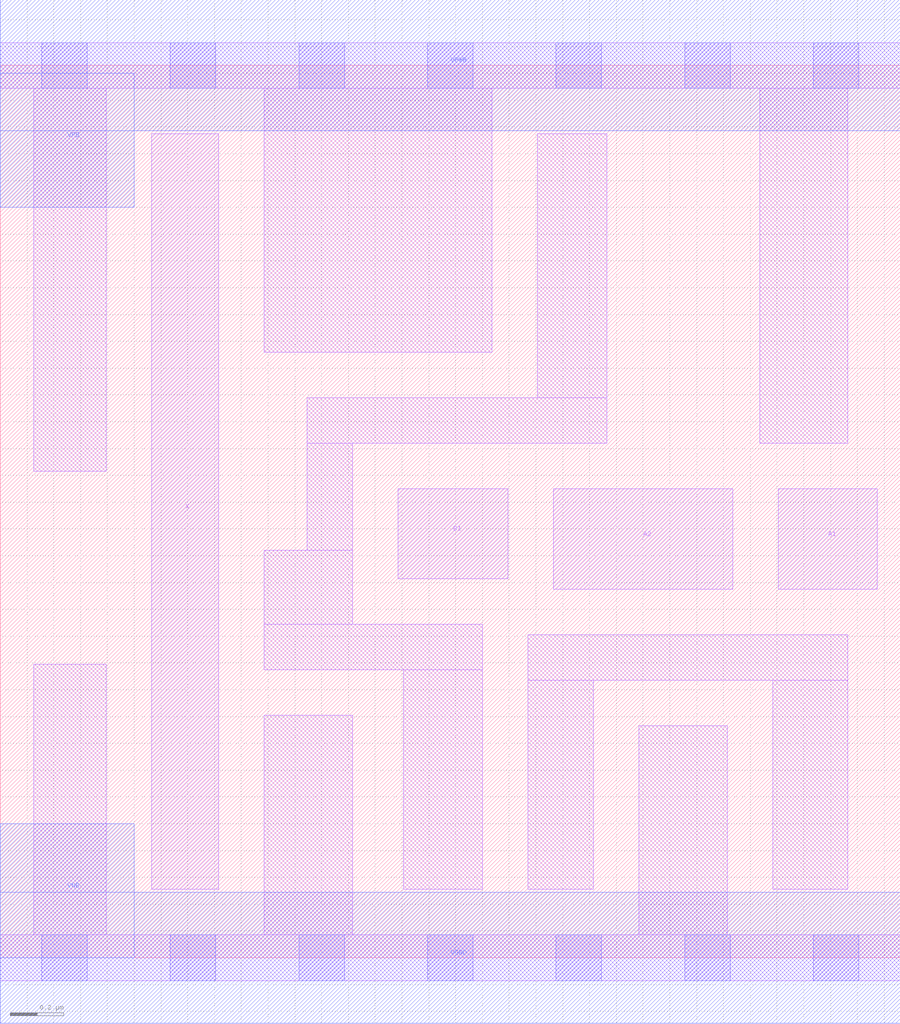
<source format=lef>
# Copyright 2020 The SkyWater PDK Authors
#
# Licensed under the Apache License, Version 2.0 (the "License");
# you may not use this file except in compliance with the License.
# You may obtain a copy of the License at
#
#     https://www.apache.org/licenses/LICENSE-2.0
#
# Unless required by applicable law or agreed to in writing, software
# distributed under the License is distributed on an "AS IS" BASIS,
# WITHOUT WARRANTIES OR CONDITIONS OF ANY KIND, either express or implied.
# See the License for the specific language governing permissions and
# limitations under the License.
#
# SPDX-License-Identifier: Apache-2.0

VERSION 5.5 ;
NAMESCASESENSITIVE ON ;
BUSBITCHARS "[]" ;
DIVIDERCHAR "/" ;
MACRO sky130_fd_sc_lp__o21a_2
  CLASS CORE ;
  SOURCE USER ;
  ORIGIN  0.000000  0.000000 ;
  SIZE  3.360000 BY  3.330000 ;
  SYMMETRY X Y R90 ;
  SITE unit ;
  PIN A1
    ANTENNAGATEAREA  0.315000 ;
    DIRECTION INPUT ;
    USE SIGNAL ;
    PORT
      LAYER li1 ;
        RECT 2.905000 1.375000 3.275000 1.750000 ;
    END
  END A1
  PIN A2
    ANTENNAGATEAREA  0.315000 ;
    DIRECTION INPUT ;
    USE SIGNAL ;
    PORT
      LAYER li1 ;
        RECT 2.065000 1.375000 2.735000 1.750000 ;
    END
  END A2
  PIN B1
    ANTENNAGATEAREA  0.315000 ;
    DIRECTION INPUT ;
    USE SIGNAL ;
    PORT
      LAYER li1 ;
        RECT 1.485000 1.415000 1.895000 1.750000 ;
    END
  END B1
  PIN X
    ANTENNADIFFAREA  0.588000 ;
    DIRECTION OUTPUT ;
    USE SIGNAL ;
    PORT
      LAYER li1 ;
        RECT 0.565000 0.255000 0.815000 3.075000 ;
    END
  END X
  PIN VGND
    DIRECTION INOUT ;
    USE GROUND ;
    PORT
      LAYER met1 ;
        RECT 0.000000 -0.245000 3.360000 0.245000 ;
    END
  END VGND
  PIN VNB
    DIRECTION INOUT ;
    USE GROUND ;
    PORT
    END
  END VNB
  PIN VPB
    DIRECTION INOUT ;
    USE POWER ;
    PORT
    END
  END VPB
  PIN VNB
    DIRECTION INOUT ;
    USE GROUND ;
    PORT
      LAYER met1 ;
        RECT 0.000000 0.000000 0.500000 0.500000 ;
    END
  END VNB
  PIN VPB
    DIRECTION INOUT ;
    USE POWER ;
    PORT
      LAYER met1 ;
        RECT 0.000000 2.800000 0.500000 3.300000 ;
    END
  END VPB
  PIN VPWR
    DIRECTION INOUT ;
    USE POWER ;
    PORT
      LAYER met1 ;
        RECT 0.000000 3.085000 3.360000 3.575000 ;
    END
  END VPWR
  OBS
    LAYER li1 ;
      RECT 0.000000 -0.085000 3.360000 0.085000 ;
      RECT 0.000000  3.245000 3.360000 3.415000 ;
      RECT 0.125000  0.085000 0.395000 1.095000 ;
      RECT 0.125000  1.815000 0.395000 3.245000 ;
      RECT 0.985000  0.085000 1.315000 0.905000 ;
      RECT 0.985000  1.075000 1.800000 1.245000 ;
      RECT 0.985000  1.245000 1.315000 1.520000 ;
      RECT 0.985000  2.260000 1.835000 3.245000 ;
      RECT 1.145000  1.520000 1.315000 1.920000 ;
      RECT 1.145000  1.920000 2.265000 2.090000 ;
      RECT 1.505000  0.255000 1.800000 1.075000 ;
      RECT 1.970000  0.255000 2.215000 1.035000 ;
      RECT 1.970000  1.035000 3.165000 1.205000 ;
      RECT 2.005000  2.090000 2.265000 3.075000 ;
      RECT 2.385000  0.085000 2.715000 0.865000 ;
      RECT 2.835000  1.920000 3.165000 3.245000 ;
      RECT 2.885000  0.255000 3.165000 1.035000 ;
    LAYER mcon ;
      RECT 0.155000 -0.085000 0.325000 0.085000 ;
      RECT 0.155000  3.245000 0.325000 3.415000 ;
      RECT 0.635000 -0.085000 0.805000 0.085000 ;
      RECT 0.635000  3.245000 0.805000 3.415000 ;
      RECT 1.115000 -0.085000 1.285000 0.085000 ;
      RECT 1.115000  3.245000 1.285000 3.415000 ;
      RECT 1.595000 -0.085000 1.765000 0.085000 ;
      RECT 1.595000  3.245000 1.765000 3.415000 ;
      RECT 2.075000 -0.085000 2.245000 0.085000 ;
      RECT 2.075000  3.245000 2.245000 3.415000 ;
      RECT 2.555000 -0.085000 2.725000 0.085000 ;
      RECT 2.555000  3.245000 2.725000 3.415000 ;
      RECT 3.035000 -0.085000 3.205000 0.085000 ;
      RECT 3.035000  3.245000 3.205000 3.415000 ;
  END
END sky130_fd_sc_lp__o21a_2
END LIBRARY

</source>
